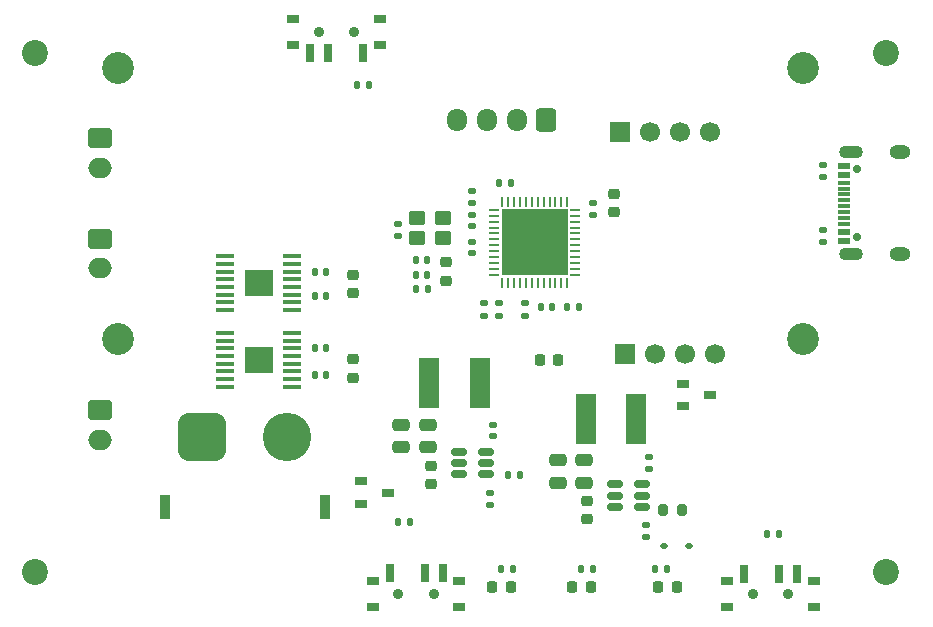
<source format=gbr>
%TF.GenerationSoftware,KiCad,Pcbnew,9.0.2*%
%TF.CreationDate,2025-06-03T01:32:06-04:00*%
%TF.ProjectId,VolleyBot,566f6c6c-6579-4426-9f74-2e6b69636164,rev?*%
%TF.SameCoordinates,Original*%
%TF.FileFunction,Soldermask,Top*%
%TF.FilePolarity,Negative*%
%FSLAX46Y46*%
G04 Gerber Fmt 4.6, Leading zero omitted, Abs format (unit mm)*
G04 Created by KiCad (PCBNEW 9.0.2) date 2025-06-03 01:32:06*
%MOMM*%
%LPD*%
G01*
G04 APERTURE LIST*
G04 Aperture macros list*
%AMRoundRect*
0 Rectangle with rounded corners*
0 $1 Rounding radius*
0 $2 $3 $4 $5 $6 $7 $8 $9 X,Y pos of 4 corners*
0 Add a 4 corners polygon primitive as box body*
4,1,4,$2,$3,$4,$5,$6,$7,$8,$9,$2,$3,0*
0 Add four circle primitives for the rounded corners*
1,1,$1+$1,$2,$3*
1,1,$1+$1,$4,$5*
1,1,$1+$1,$6,$7*
1,1,$1+$1,$8,$9*
0 Add four rect primitives between the rounded corners*
20,1,$1+$1,$2,$3,$4,$5,0*
20,1,$1+$1,$4,$5,$6,$7,0*
20,1,$1+$1,$6,$7,$8,$9,0*
20,1,$1+$1,$8,$9,$2,$3,0*%
G04 Aperture macros list end*
%ADD10RoundRect,0.200000X0.200000X0.275000X-0.200000X0.275000X-0.200000X-0.275000X0.200000X-0.275000X0*%
%ADD11RoundRect,0.250000X-0.475000X0.250000X-0.475000X-0.250000X0.475000X-0.250000X0.475000X0.250000X0*%
%ADD12RoundRect,0.150000X-0.512500X-0.150000X0.512500X-0.150000X0.512500X0.150000X-0.512500X0.150000X0*%
%ADD13RoundRect,0.135000X0.135000X0.185000X-0.135000X0.185000X-0.135000X-0.185000X0.135000X-0.185000X0*%
%ADD14RoundRect,0.225000X0.250000X-0.225000X0.250000X0.225000X-0.250000X0.225000X-0.250000X-0.225000X0*%
%ADD15RoundRect,0.062500X-0.375000X-0.062500X0.375000X-0.062500X0.375000X0.062500X-0.375000X0.062500X0*%
%ADD16RoundRect,0.062500X-0.062500X-0.375000X0.062500X-0.375000X0.062500X0.375000X-0.062500X0.375000X0*%
%ADD17R,5.600000X5.600000*%
%ADD18R,1.800000X4.200000*%
%ADD19RoundRect,0.140000X0.140000X0.170000X-0.140000X0.170000X-0.140000X-0.170000X0.140000X-0.170000X0*%
%ADD20RoundRect,0.250000X0.600000X0.725000X-0.600000X0.725000X-0.600000X-0.725000X0.600000X-0.725000X0*%
%ADD21O,1.700000X1.950000*%
%ADD22RoundRect,0.225000X-0.250000X0.225000X-0.250000X-0.225000X0.250000X-0.225000X0.250000X0.225000X0*%
%ADD23RoundRect,0.140000X-0.170000X0.140000X-0.170000X-0.140000X0.170000X-0.140000X0.170000X0.140000X0*%
%ADD24R,1.700000X1.700000*%
%ADD25C,1.700000*%
%ADD26RoundRect,0.250000X0.450000X0.350000X-0.450000X0.350000X-0.450000X-0.350000X0.450000X-0.350000X0*%
%ADD27RoundRect,0.140000X0.170000X-0.140000X0.170000X0.140000X-0.170000X0.140000X-0.170000X-0.140000X0*%
%ADD28RoundRect,0.218750X0.218750X0.256250X-0.218750X0.256250X-0.218750X-0.256250X0.218750X-0.256250X0*%
%ADD29R,1.000000X0.800000*%
%ADD30C,0.900000*%
%ADD31R,0.700000X1.500000*%
%ADD32RoundRect,0.140000X-0.140000X-0.170000X0.140000X-0.170000X0.140000X0.170000X-0.140000X0.170000X0*%
%ADD33RoundRect,0.112500X-0.187500X-0.112500X0.187500X-0.112500X0.187500X0.112500X-0.187500X0.112500X0*%
%ADD34C,2.200000*%
%ADD35RoundRect,0.135000X0.185000X-0.135000X0.185000X0.135000X-0.185000X0.135000X-0.185000X-0.135000X0*%
%ADD36R,0.900000X2.000000*%
%ADD37RoundRect,1.025000X1.025000X1.025000X-1.025000X1.025000X-1.025000X-1.025000X1.025000X-1.025000X0*%
%ADD38C,4.100000*%
%ADD39RoundRect,0.135000X-0.185000X0.135000X-0.185000X-0.135000X0.185000X-0.135000X0.185000X0.135000X0*%
%ADD40RoundRect,0.135000X-0.135000X-0.185000X0.135000X-0.185000X0.135000X0.185000X-0.135000X0.185000X0*%
%ADD41RoundRect,0.250000X-0.750000X0.600000X-0.750000X-0.600000X0.750000X-0.600000X0.750000X0.600000X0*%
%ADD42O,2.000000X1.700000*%
%ADD43C,2.700000*%
%ADD44R,2.460000X2.310000*%
%ADD45RoundRect,0.100000X-0.687500X-0.100000X0.687500X-0.100000X0.687500X0.100000X-0.687500X0.100000X0*%
%ADD46RoundRect,0.218750X-0.218750X-0.256250X0.218750X-0.256250X0.218750X0.256250X-0.218750X0.256250X0*%
%ADD47RoundRect,0.218750X-0.256250X0.218750X-0.256250X-0.218750X0.256250X-0.218750X0.256250X0.218750X0*%
%ADD48C,0.700000*%
%ADD49R,1.100000X0.550000*%
%ADD50R,1.100000X0.300000*%
%ADD51O,2.000000X1.100000*%
%ADD52O,1.800000X1.200000*%
G04 APERTURE END LIST*
D10*
%TO.C,R11*%
X132300000Y-107000000D03*
X130650000Y-107000000D03*
%TD*%
D11*
%TO.C,C15*%
X108500000Y-99750000D03*
X108500000Y-101650000D03*
%TD*%
%TO.C,C25*%
X124000000Y-102750000D03*
X124000000Y-104650000D03*
%TD*%
D12*
%TO.C,U4*%
X113362500Y-102050000D03*
X113362500Y-103000000D03*
X113362500Y-103950000D03*
X115637500Y-103950000D03*
X115637500Y-103000000D03*
X115637500Y-102050000D03*
%TD*%
D13*
%TO.C,R9*%
X118520000Y-104000000D03*
X117500000Y-104000000D03*
%TD*%
D11*
%TO.C,C14*%
X110750000Y-99750000D03*
X110750000Y-101650000D03*
%TD*%
D14*
%TO.C,C23*%
X124250000Y-107750000D03*
X124250000Y-106200000D03*
%TD*%
D15*
%TO.C,U1*%
X116362500Y-81550000D03*
X116362500Y-82050000D03*
X116362500Y-82550000D03*
X116362500Y-83050000D03*
X116362500Y-83550000D03*
X116362500Y-84050000D03*
X116362500Y-84550000D03*
X116362500Y-85050000D03*
X116362500Y-85550000D03*
X116362500Y-86050000D03*
X116362500Y-86550000D03*
X116362500Y-87050000D03*
D16*
X117050000Y-87737500D03*
X117550000Y-87737500D03*
X118050000Y-87737500D03*
X118550000Y-87737500D03*
X119050000Y-87737500D03*
X119550000Y-87737500D03*
X120050000Y-87737500D03*
X120550000Y-87737500D03*
X121050000Y-87737500D03*
X121550000Y-87737500D03*
X122050000Y-87737500D03*
X122550000Y-87737500D03*
D15*
X123237500Y-87050000D03*
X123237500Y-86550000D03*
X123237500Y-86050000D03*
X123237500Y-85550000D03*
X123237500Y-85050000D03*
X123237500Y-84550000D03*
X123237500Y-84050000D03*
X123237500Y-83550000D03*
X123237500Y-83050000D03*
X123237500Y-82550000D03*
X123237500Y-82050000D03*
X123237500Y-81550000D03*
D16*
X122550000Y-80862500D03*
X122050000Y-80862500D03*
X121550000Y-80862500D03*
X121050000Y-80862500D03*
X120550000Y-80862500D03*
X120050000Y-80862500D03*
X119550000Y-80862500D03*
X119050000Y-80862500D03*
X118550000Y-80862500D03*
X118050000Y-80862500D03*
X117550000Y-80862500D03*
X117050000Y-80862500D03*
D17*
X119800000Y-84300000D03*
%TD*%
D18*
%TO.C,L1*%
X115150000Y-96250000D03*
X110850000Y-96250000D03*
%TD*%
D19*
%TO.C,C7*%
X110730000Y-88287500D03*
X109770000Y-88287500D03*
%TD*%
%TO.C,C2*%
X123500000Y-89750000D03*
X122540000Y-89750000D03*
%TD*%
D20*
%TO.C,J4*%
X120750000Y-73945000D03*
D21*
X118250000Y-73945000D03*
X115750000Y-73945000D03*
X113250000Y-73945000D03*
%TD*%
D11*
%TO.C,C26*%
X121750000Y-102750000D03*
X121750000Y-104650000D03*
%TD*%
D22*
%TO.C,C21*%
X104406250Y-87055000D03*
X104406250Y-88605000D03*
%TD*%
D23*
%TO.C,C4*%
X124750000Y-80995000D03*
X124750000Y-81955000D03*
%TD*%
D14*
%TO.C,C12*%
X111000000Y-104800000D03*
X111000000Y-103250000D03*
%TD*%
D24*
%TO.C,J1*%
X127460000Y-93750000D03*
D25*
X130000000Y-93750000D03*
X132540000Y-93750000D03*
X135080000Y-93750000D03*
%TD*%
D19*
%TO.C,C5*%
X110710000Y-85787500D03*
X109750000Y-85787500D03*
%TD*%
D26*
%TO.C,Y1*%
X112000000Y-82250000D03*
X109800000Y-82250000D03*
X109800000Y-83950000D03*
X112000000Y-83950000D03*
%TD*%
D27*
%TO.C,C22*%
X114500000Y-80940000D03*
X114500000Y-79980000D03*
%TD*%
D28*
%TO.C,D2*%
X117750000Y-113500000D03*
X116175000Y-113500000D03*
%TD*%
D29*
%TO.C,SW2*%
X136100000Y-112995000D03*
X136100000Y-115205000D03*
D30*
X138250000Y-114105000D03*
X141250000Y-114105000D03*
D29*
X143400000Y-112995000D03*
X143400000Y-115205000D03*
D31*
X137500000Y-112345000D03*
X140500000Y-112345000D03*
X142000000Y-112345000D03*
%TD*%
D23*
%TO.C,C8*%
X114500000Y-84250000D03*
X114500000Y-85210000D03*
%TD*%
D32*
%TO.C,C20*%
X101156250Y-93250000D03*
X102116250Y-93250000D03*
%TD*%
D33*
%TO.C,D1*%
X130750000Y-110000000D03*
X132850000Y-110000000D03*
%TD*%
D27*
%TO.C,C24*%
X129500000Y-103460000D03*
X129500000Y-102500000D03*
%TD*%
D34*
%TO.C,H2*%
X77500000Y-112250000D03*
%TD*%
D35*
%TO.C,R8*%
X116000000Y-106520000D03*
X116000000Y-105500000D03*
%TD*%
%TO.C,R5*%
X115500000Y-90500000D03*
X115500000Y-89480000D03*
%TD*%
%TO.C,R2*%
X144212500Y-78760000D03*
X144212500Y-77740000D03*
%TD*%
D32*
%TO.C,C11*%
X120290000Y-89750000D03*
X121250000Y-89750000D03*
%TD*%
D29*
%TO.C,Q1*%
X132350000Y-96300000D03*
X132350000Y-98200000D03*
X134650000Y-97250000D03*
%TD*%
D27*
%TO.C,C10*%
X108250000Y-83730000D03*
X108250000Y-82770000D03*
%TD*%
D36*
%TO.C,J3*%
X102000000Y-106750000D03*
X88500000Y-106750000D03*
D37*
X91650000Y-100750000D03*
D38*
X98850000Y-100750000D03*
%TD*%
D34*
%TO.C,H3*%
X149500000Y-112250000D03*
%TD*%
D32*
%TO.C,C3*%
X116790000Y-79250000D03*
X117750000Y-79250000D03*
%TD*%
D39*
%TO.C,R6*%
X116750000Y-89480000D03*
X116750000Y-90500000D03*
%TD*%
D13*
%TO.C,R13*%
X131020000Y-112000000D03*
X130000000Y-112000000D03*
%TD*%
D40*
%TO.C,R7*%
X116905000Y-112000000D03*
X117925000Y-112000000D03*
%TD*%
%TO.C,R1*%
X104750000Y-71000000D03*
X105770000Y-71000000D03*
%TD*%
D22*
%TO.C,C18*%
X104406250Y-94200000D03*
X104406250Y-95750000D03*
%TD*%
D41*
%TO.C,J7*%
X82945000Y-98500000D03*
D42*
X82945000Y-101000000D03*
%TD*%
D34*
%TO.C,H4*%
X77500000Y-68250000D03*
%TD*%
D43*
%TO.C,H5*%
X84500000Y-69500000D03*
%TD*%
D24*
%TO.C,J2*%
X127000000Y-74945000D03*
D25*
X129540000Y-74945000D03*
X132080000Y-74945000D03*
X134620000Y-74945000D03*
%TD*%
D44*
%TO.C,U2*%
X96406250Y-87750000D03*
D45*
X93543750Y-85475000D03*
X93543750Y-86125000D03*
X93543750Y-86775000D03*
X93543750Y-87425000D03*
X93543750Y-88075000D03*
X93543750Y-88725000D03*
X93543750Y-89375000D03*
X93543750Y-90025000D03*
X99268750Y-90025000D03*
X99268750Y-89375000D03*
X99268750Y-88725000D03*
X99268750Y-88075000D03*
X99268750Y-87425000D03*
X99268750Y-86775000D03*
X99268750Y-86125000D03*
X99268750Y-85475000D03*
%TD*%
D46*
%TO.C,D3*%
X120212500Y-94250000D03*
X121787500Y-94250000D03*
%TD*%
D47*
%TO.C,FB1*%
X112250000Y-86000000D03*
X112250000Y-87575000D03*
%TD*%
D27*
%TO.C,C9*%
X114500000Y-82960000D03*
X114500000Y-82000000D03*
%TD*%
D46*
%TO.C,D4*%
X130222500Y-113500000D03*
X131797500Y-113500000D03*
%TD*%
D43*
%TO.C,H8*%
X84500000Y-92500000D03*
%TD*%
D35*
%TO.C,R10*%
X129250000Y-109270000D03*
X129250000Y-108250000D03*
%TD*%
D29*
%TO.C,SW3*%
X106100000Y-112970000D03*
X106100000Y-115180000D03*
D30*
X108250000Y-114080000D03*
X111250000Y-114080000D03*
D29*
X113400000Y-112970000D03*
X113400000Y-115180000D03*
D31*
X107500000Y-112320000D03*
X110500000Y-112320000D03*
X112000000Y-112320000D03*
%TD*%
D44*
%TO.C,U3*%
X96406250Y-94250000D03*
D45*
X93543750Y-91975000D03*
X93543750Y-92625000D03*
X93543750Y-93275000D03*
X93543750Y-93925000D03*
X93543750Y-94575000D03*
X93543750Y-95225000D03*
X93543750Y-95875000D03*
X93543750Y-96525000D03*
X99268750Y-96525000D03*
X99268750Y-95875000D03*
X99268750Y-95225000D03*
X99268750Y-94575000D03*
X99268750Y-93925000D03*
X99268750Y-93275000D03*
X99268750Y-92625000D03*
X99268750Y-91975000D03*
%TD*%
D13*
%TO.C,R21*%
X109260000Y-108000000D03*
X108240000Y-108000000D03*
%TD*%
D40*
%TO.C,R20*%
X123730000Y-112000000D03*
X124750000Y-112000000D03*
%TD*%
D41*
%TO.C,J6*%
X82945000Y-84000000D03*
D42*
X82945000Y-86500000D03*
%TD*%
D41*
%TO.C,J5*%
X82945000Y-75500000D03*
D42*
X82945000Y-78000000D03*
%TD*%
D28*
%TO.C,D5*%
X124537500Y-113500000D03*
X122962500Y-113500000D03*
%TD*%
D18*
%TO.C,L2*%
X128400000Y-99250000D03*
X124100000Y-99250000D03*
%TD*%
D39*
%TO.C,R12*%
X119000000Y-89480000D03*
X119000000Y-90500000D03*
%TD*%
D34*
%TO.C,H1*%
X149500000Y-68250000D03*
%TD*%
D32*
%TO.C,C16*%
X101176250Y-86830000D03*
X102136250Y-86830000D03*
%TD*%
D12*
%TO.C,U5*%
X126612500Y-104800000D03*
X126612500Y-105750000D03*
X126612500Y-106700000D03*
X128887500Y-106700000D03*
X128887500Y-105750000D03*
X128887500Y-104800000D03*
%TD*%
D22*
%TO.C,C1*%
X126500000Y-80200000D03*
X126500000Y-81750000D03*
%TD*%
D48*
%TO.C,USB2*%
X147080000Y-83890000D03*
X147080000Y-78110000D03*
D49*
X146000000Y-84200000D03*
X146000000Y-83400000D03*
D50*
X146000000Y-82750000D03*
X146000000Y-82250000D03*
X146000000Y-81750000D03*
X146000000Y-81250000D03*
X146000000Y-80750000D03*
X146000000Y-80250000D03*
X146000000Y-79750000D03*
X146000000Y-79250000D03*
D49*
X146000000Y-78600000D03*
X146000000Y-77800000D03*
D51*
X146550000Y-85320000D03*
D52*
X150760000Y-85320000D03*
D51*
X146550000Y-76680000D03*
D52*
X150760000Y-76680000D03*
%TD*%
D27*
%TO.C,C13*%
X116250000Y-100730000D03*
X116250000Y-99770000D03*
%TD*%
D39*
%TO.C,R3*%
X144212500Y-83240000D03*
X144212500Y-84260000D03*
%TD*%
D29*
%TO.C,Q2*%
X105100000Y-104550000D03*
X105100000Y-106450000D03*
X107400000Y-105500000D03*
%TD*%
D13*
%TO.C,R4*%
X140510000Y-109000000D03*
X139490000Y-109000000D03*
%TD*%
D19*
%TO.C,C19*%
X102136250Y-95500000D03*
X101176250Y-95500000D03*
%TD*%
%TO.C,C17*%
X102136250Y-88830000D03*
X101176250Y-88830000D03*
%TD*%
D43*
%TO.C,H6*%
X142500000Y-69500000D03*
%TD*%
D19*
%TO.C,C6*%
X110710000Y-87037500D03*
X109750000Y-87037500D03*
%TD*%
D29*
%TO.C,SW1*%
X106650000Y-67610000D03*
X106650000Y-65400000D03*
D30*
X104500000Y-66500000D03*
X101500000Y-66500000D03*
D29*
X99350000Y-67610000D03*
X99350000Y-65400000D03*
D31*
X105250000Y-68260000D03*
X102250000Y-68260000D03*
X100750000Y-68260000D03*
%TD*%
D43*
%TO.C,H7*%
X142500000Y-92500000D03*
%TD*%
M02*

</source>
